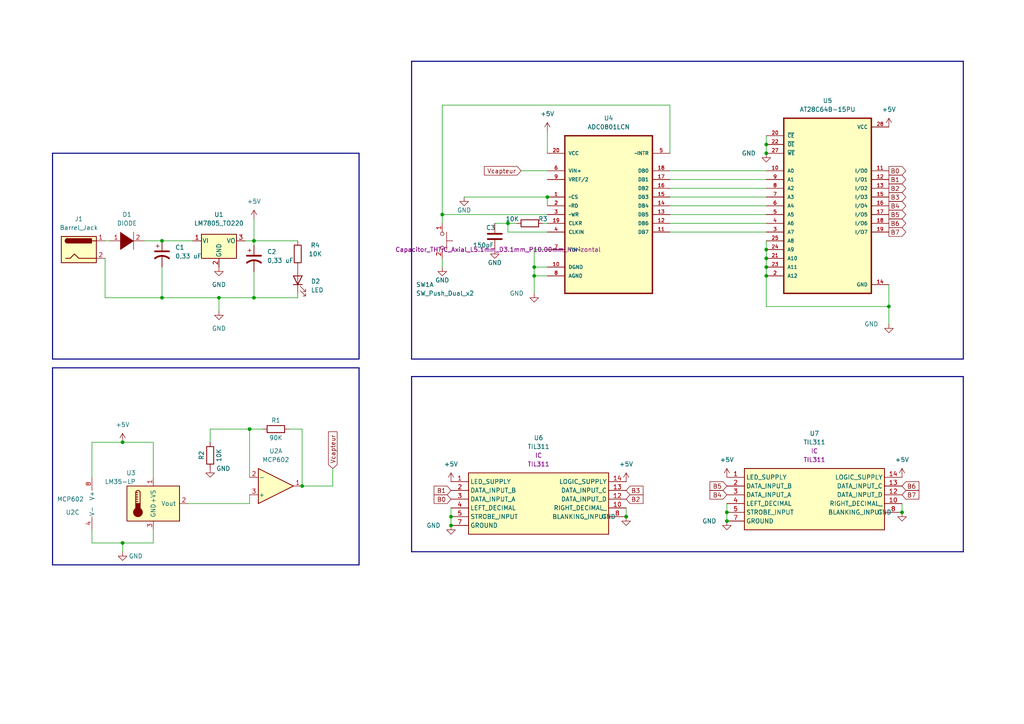
<source format=kicad_sch>
(kicad_sch (version 20211123) (generator eeschema)
  (paper "A4")
  (title_block (title "Carte Analogique capteur de température ") (date "2023-12-12") (rev "0") (company "ESME") (comment 1 "12_12_2023 : Création du schéma") (comment 2 "15_12_2023 : Fin de la saisie début du routage"))
  (lib_symbols
    (symbol "ADC0801LCN:ADC0801LCN" (pin_names (offset 1.016))
      (property "Reference" "U" (at -5.5907 22.2105 0))
      (property "Value" "ADC0801LCN" (at -6.8168 -28.1067 0))
      (symbol "ADC0801LCN_0_0"
        (rectangle (start -12.7 -25.4) (end 12.7 20.32) (stroke (width 0.4064)) (fill (type background)))
        (pin input line (at -17.78 2.54 0) (length 5.08) (name "~CS") (number "1"))
        (pin passive line (at -17.78 -17.78 0) (length 5.08) (name "DGND") (number "10"))
        (pin output line (at 17.78 -7.62 180) (length 5.08) (name "DB7") (number "11"))
        (pin output line (at 17.78 -5.08 180) (length 5.08) (name "DB6") (number "12"))
        (pin output line (at 17.78 -2.54 180) (length 5.08) (name "DB5") (number "13"))
        (pin output line (at 17.78 0 180) (length 5.08) (name "DB4") (number "14"))
        (pin output line (at 17.78 2.54 180) (length 5.08) (name "DB3") (number "15"))
        (pin output line (at 17.78 5.08 180) (length 5.08) (name "DB2") (number "16"))
        (pin output line (at 17.78 7.62 180) (length 5.08) (name "DB1") (number "17"))
        (pin output line (at 17.78 10.16 180) (length 5.08) (name "DB0") (number "18"))
        (pin input line (at -17.78 -5.08 0) (length 5.08) (name "CLKR") (number "19"))
        (pin input line (at -17.78 0 0) (length 5.08) (name "~RD") (number "2"))
        (pin power_in line (at -17.78 15.24 0) (length 5.08) (name "VCC") (number "20"))
        (pin input line (at -17.78 -2.54 0) (length 5.08) (name "~WR") (number "3"))
        (pin input line (at -17.78 -7.62 0) (length 5.08) (name "CLKIN") (number "4"))
        (pin output line (at 17.78 15.24 180) (length 5.08) (name "~INTR") (number "5"))
        (pin power_in line (at -17.78 10.16 0) (length 5.08) (name "VIN+") (number "6"))
        (pin power_in line (at -17.78 -12.7 0) (length 5.08) (name "VIN-") (number "7"))
        (pin passive line (at -17.78 -20.32 0) (length 5.08) (name "AGND") (number "8"))
        (pin power_in line (at -17.78 7.62 0) (length 5.08) (name "VREF/2") (number "9"))
      )
    )
    (symbol "AT28C64B-15PU:AT28C64B-15PU" (pin_names (offset 1.016))
      (property "Reference" "U" (at -12.7 26.4 0))
      (property "Value" "AT28C64B-15PU" (at -12.7 -29.4 0))
      (symbol "AT28C64B-15PU_0_0"
        (rectangle (start -12.7 -25.4) (end 12.7 25.4) (stroke (width 0.41)) (fill (type background)))
        (pin input line (at -17.78 10.16 0) (length 5.08) (name "A0") (number "10"))
        (pin bidirectional line (at 17.78 10.16 180) (length 5.08) (name "I/O0") (number "11"))
        (pin bidirectional line (at 17.78 7.62 180) (length 5.08) (name "I/O1") (number "12"))
        (pin bidirectional line (at 17.78 5.08 180) (length 5.08) (name "I/O2") (number "13"))
        (pin power_in line (at 17.78 -22.86 180) (length 5.08) (name "GND") (number "14"))
        (pin bidirectional line (at 17.78 2.54 180) (length 5.08) (name "I/O3") (number "15"))
        (pin bidirectional line (at 17.78 0 180) (length 5.08) (name "I/O4") (number "16"))
        (pin bidirectional line (at 17.78 -2.54 180) (length 5.08) (name "I/O5") (number "17"))
        (pin bidirectional line (at 17.78 -5.08 180) (length 5.08) (name "I/O6") (number "18"))
        (pin bidirectional line (at 17.78 -7.62 180) (length 5.08) (name "I/O7") (number "19"))
        (pin input line (at -17.78 -20.32 0) (length 5.08) (name "A12") (number "2"))
        (pin input line (at -17.78 20.32 0) (length 5.08) (name "~{CE}") (number "20"))
        (pin input line (at -17.78 -15.24 0) (length 5.08) (name "A10") (number "21"))
        (pin input line (at -17.78 17.78 0) (length 5.08) (name "~{OE}") (number "22"))
        (pin input line (at -17.78 -17.78 0) (length 5.08) (name "A11") (number "23"))
        (pin input line (at -17.78 -12.7 0) (length 5.08) (name "A9") (number "24"))
        (pin input line (at -17.78 -10.16 0) (length 5.08) (name "A8") (number "25"))
        (pin input line (at -17.78 15.24 0) (length 5.08) (name "~{WE}") (number "27"))
        (pin power_in line (at 17.78 22.86 180) (length 5.08) (name "VCC") (number "28"))
        (pin input line (at -17.78 -7.62 0) (length 5.08) (name "A7") (number "3"))
        (pin input line (at -17.78 -5.08 0) (length 5.08) (name "A6") (number "4"))
        (pin input line (at -17.78 -2.54 0) (length 5.08) (name "A5") (number "5"))
        (pin input line (at -17.78 0 0) (length 5.08) (name "A4") (number "6"))
        (pin input line (at -17.78 2.54 0) (length 5.08) (name "A3") (number "7"))
        (pin input line (at -17.78 5.08 0) (length 5.08) (name "A2") (number "8"))
        (pin input line (at -17.78 7.62 0) (length 5.08) (name "A1") (number "9"))
      )
    )
    (symbol "Amplifier_Operational:MCP602" (pin_names (offset 0.127))
      (property "Reference" "U" (at 0 5.08 0))
      (property "Value" "MCP602" (at 0 -5.08 0))
      (symbol "MCP602_1_1"
        (polyline (pts (xy -5.08 5.08) (xy 5.08 0) (xy -5.08 -5.08) (xy -5.08 5.08)) (stroke (width 0.254)) (fill (type background)))
        (pin output line (at 7.62 0 180) (length 2.54) (name "~") (number "1"))
        (pin input line (at -7.62 -2.54 0) (length 2.54) (name "-") (number "2"))
        (pin input line (at -7.62 2.54 0) (length 2.54) (name "+") (number "3"))
      )
      (symbol "MCP602_2_1"
        (polyline (pts (xy -5.08 5.08) (xy 5.08 0) (xy -5.08 -5.08) (xy -5.08 5.08)) (stroke (width 0.254)) (fill (type background)))
        (pin input line (at -7.62 2.54 0) (length 2.54) (name "+") (number "5"))
        (pin input line (at -7.62 -2.54 0) (length 2.54) (name "-") (number "6"))
        (pin output line (at 7.62 0 180) (length 2.54) (name "~") (number "7"))
      )
      (symbol "MCP602_3_1"
        (pin power_in line (at -2.54 -7.62 90) (length 3.81) (name "V-") (number "4"))
        (pin power_in line (at -2.54 7.62 270) (length 3.81) (name "V+") (number "8"))
      )
    )
    (symbol "Connector:Barrel_Jack" (pin_names (offset 1.016))
      (property "Reference" "J" (at 0 5.334 0))
      (property "Value" "Barrel_Jack" (at 0 -5.08 0))
      (symbol "Barrel_Jack_0_1"
        (rectangle (start -5.08 3.81) (end 5.08 -3.81) (stroke (width 0.254)) (fill (type background)))
        (arc (start -3.302 3.175) (mid -3.937 2.54) (end -3.302 1.905) (stroke (width 0.254)))
        (arc (start -3.302 3.175) (mid -3.937 2.54) (end -3.302 1.905) (stroke (width 0.254)) (fill (type outline)))
        (polyline (pts (xy 5.08 2.54) (xy 3.81 2.54)) (stroke (width 0.254)))
        (polyline (pts (xy -3.81 -2.54) (xy -2.54 -2.54) (xy -1.27 -1.27) (xy 0 -2.54) (xy 2.54 -2.54) (xy 5.08 -2.54)) (stroke (width 0.254)))
        (rectangle (start 3.683 3.175) (end -3.302 1.905) (stroke (width 0.254)) (fill (type outline)))
      )
      (symbol "Barrel_Jack_1_1"
        (pin passive line (at 7.62 2.54 180) (length 2.54) (name "~") (number "1"))
        (pin passive line (at 7.62 -2.54 180) (length 2.54) (name "~") (number "2"))
      )
    )
    (symbol "Device:C" (pin_numbers hide) (pin_names (offset 0.254))
      (property "Reference" "C" (at 0.635 2.54 0))
      (property "Value" "C" (at 0.635 -2.54 0))
      (symbol "C_0_1"
        (polyline (pts (xy -2.032 -0.762) (xy 2.032 -0.762)) (stroke (width 0.508)))
        (polyline (pts (xy -2.032 0.762) (xy 2.032 0.762)) (stroke (width 0.508)))
      )
      (symbol "C_1_1"
        (pin passive line (at 0 3.81 270) (length 2.794) (name "~") (number "1"))
        (pin passive line (at 0 -3.81 90) (length 2.794) (name "~") (number "2"))
      )
    )
    (symbol "Device:C_Polarized_US" (pin_numbers hide) (pin_names (offset 0.254) hide)
      (property "Reference" "C" (at 0.635 2.54 0))
      (property "Value" "C_Polarized_US" (at 0.635 -2.54 0))
      (symbol "C_Polarized_US_0_1"
        (polyline (pts (xy -2.032 0.762) (xy 2.032 0.762)) (stroke (width 0.508)))
        (polyline (pts (xy -1.778 2.286) (xy -0.762 2.286)))
        (polyline (pts (xy -1.27 1.778) (xy -1.27 2.794)))
        (arc (start 2.032 -1.27) (mid 0 -0.5572) (end -2.032 -1.27) (stroke (width 0.508)))
      )
      (symbol "C_Polarized_US_1_1"
        (pin passive line (at 0 3.81 270) (length 2.794) (name "~") (number "1"))
        (pin passive line (at 0 -3.81 90) (length 3.302) (name "~") (number "2"))
      )
    )
    (symbol "Device:LED" (pin_numbers hide) (pin_names (offset 1.016) hide)
      (property "Reference" "D" (at 0 2.54 0))
      (property "Value" "LED" (at 0 -2.54 0))
      (symbol "LED_0_1"
        (polyline (pts (xy -1.27 -1.27) (xy -1.27 1.27)) (stroke (width 0.254)))
        (polyline (pts (xy -1.27 0) (xy 1.27 0)))
        (polyline (pts (xy 1.27 -1.27) (xy 1.27 1.27) (xy -1.27 0) (xy 1.27 -1.27)) (stroke (width 0.254)))
        (polyline (pts (xy -3.048 -0.762) (xy -4.572 -2.286) (xy -3.81 -2.286) (xy -4.572 -2.286) (xy -4.572 -1.524)))
        (polyline (pts (xy -1.778 -0.762) (xy -3.302 -2.286) (xy -2.54 -2.286) (xy -3.302 -2.286) (xy -3.302 -1.524)))
      )
      (symbol "LED_1_1"
        (pin passive line (at -3.81 0 0) (length 2.54) (name "K") (number "1"))
        (pin passive line (at 3.81 0 180) (length 2.54) (name "A") (number "2"))
      )
    )
    (symbol "Device:R" (pin_numbers hide) (pin_names (offset 0))
      (property "Reference" "R" (at 2.032 0 90))
      (property "Value" "R" (at 0 0 90))
      (symbol "R_0_1"
        (rectangle (start -1.016 -2.54) (end 1.016 2.54) (stroke (width 0.254)))
      )
      (symbol "R_1_1"
        (pin passive line (at 0 3.81 270) (length 1.27) (name "~") (number "1"))
        (pin passive line (at 0 -3.81 90) (length 1.27) (name "~") (number "2"))
      )
    )
    (symbol "Regulator_Linear:LM7805_TO220" (pin_names (offset 0.254))
      (property "Reference" "U" (at -3.81 3.175 0))
      (property "Value" "LM7805_TO220" (at 0 3.175 0))
      (symbol "LM7805_TO220_0_1"
        (rectangle (start -5.08 1.905) (end 5.08 -5.08) (stroke (width 0.254)) (fill (type background)))
      )
      (symbol "LM7805_TO220_1_1"
        (pin power_in line (at -7.62 0 0) (length 2.54) (name "VI") (number "1"))
        (pin power_in line (at 0 -7.62 90) (length 2.54) (name "GND") (number "2"))
        (pin power_out line (at 7.62 0 180) (length 2.54) (name "VO") (number "3"))
      )
    )
    (symbol "Sensor_Temperature:LM35-LP" (pin_names (offset 1.016))
      (property "Reference" "U" (at -6.35 6.35 0))
      (property "Value" "LM35-LP" (at 1.27 6.35 0))
      (symbol "LM35-LP_0_1"
        (rectangle (start -7.62 5.08) (end 7.62 -5.08) (stroke (width 0.254)) (fill (type background)))
        (circle (center -4.445 -2.54) (radius 1.27) (stroke (width 0.254)) (fill (type outline)))
        (rectangle (start -3.81 -1.905) (end -5.08 0) (stroke (width 0.254)) (fill (type outline)))
        (arc (start -3.81 3.175) (mid -4.445 3.81) (end -5.08 3.175) (stroke (width 0.254)))
        (polyline (pts (xy -5.08 0.635) (xy -4.445 0.635)) (stroke (width 0.254)))
        (polyline (pts (xy -5.08 1.27) (xy -4.445 1.27)) (stroke (width 0.254)))
        (polyline (pts (xy -5.08 1.905) (xy -4.445 1.905)) (stroke (width 0.254)))
        (polyline (pts (xy -5.08 2.54) (xy -4.445 2.54)) (stroke (width 0.254)))
        (polyline (pts (xy -5.08 3.175) (xy -5.08 0)) (stroke (width 0.254)))
        (polyline (pts (xy -5.08 3.175) (xy -4.445 3.175)) (stroke (width 0.254)))
        (polyline (pts (xy -3.81 3.175) (xy -3.81 0)) (stroke (width 0.254)))
      )
      (symbol "LM35-LP_1_1"
        (pin power_in line (at 0 7.62 270) (length 2.54) (name "+VS") (number "1"))
        (pin output line (at 10.16 0 180) (length 2.54) (name "Vout") (number "2"))
        (pin power_in line (at 0 -7.62 90) (length 2.54) (name "GND") (number "3"))
      )
    )
    (symbol "Switch:SW_Push_Dual_x2" (pin_names (offset 1.016) hide)
      (property "Reference" "SW" (at 1.27 2.54 0))
      (property "Value" "SW_Push_Dual_x2" (at 0 -1.524 0))
      (symbol "SW_Push_Dual_x2_0_1"
        (circle (center -2.032 0) (radius 0.508))
        (polyline (pts (xy 0 1.27) (xy 0 3.048)))
        (polyline (pts (xy 2.54 1.27) (xy -2.54 1.27)))
        (circle (center 2.032 0) (radius 0.508))
      )
      (symbol "SW_Push_Dual_x2_1_1"
        (pin passive line (at -5.08 0 0) (length 2.54) (name "C") (number "1"))
        (pin passive line (at 5.08 0 180) (length 2.54) (name "D") (number "2"))
      )
      (symbol "SW_Push_Dual_x2_2_1"
        (pin passive line (at -5.08 0 0) (length 2.54) (name "C") (number "3"))
        (pin passive line (at 5.08 0 180) (length 2.54) (name "D") (number "4"))
      )
    )
    (symbol "TIL311:TIL311"
      (property "Value" "TIL311" (at 0 0 0))
      (property "Reference_1" "IC" (at 46.99 7.62 0))
      (property "Value_1" "TIL311" (at 46.99 5.08 0))
      (symbol "TIL311_1_1"
        (rectangle (start 5.08 2.54) (end 45.72 -15.24) (stroke (width 0.254)) (fill (type background)))
        (pin passive line (at 0 0 0) (length 5.08) (name "LED_SUPPLY") (number "1"))
        (pin passive line (at 50.8 -7.62 180) (length 5.08) (name "RIGHT_DECIMAL_") (number "10"))
        (pin passive line (at 50.8 -5.08 180) (length 5.08) (name "DATA_INPUT_D") (number "12"))
        (pin passive line (at 50.8 -2.54 180) (length 5.08) (name "DATA_INPUT_C") (number "13"))
        (pin passive line (at 50.8 0 180) (length 5.08) (name "LOGIC_SUPPLY") (number "14"))
        (pin passive line (at 0 -2.54 0) (length 5.08) (name "DATA_INPUT_B") (number "2"))
        (pin passive line (at 0 -5.08 0) (length 5.08) (name "DATA_INPUT_A") (number "3"))
        (pin passive line (at 0 -7.62 0) (length 5.08) (name "LEFT_DECIMAL") (number "4"))
        (pin passive line (at 0 -10.16 0) (length 5.08) (name "STROBE_INPUT") (number "5"))
        (pin passive line (at 0 -12.7 0) (length 5.08) (name "GROUND") (number "7"))
        (pin passive line (at 50.8 -10.16 180) (length 5.08) (name "BLANKING_INPUT") (number "8"))
      )
    )
    (symbol "power:+5V" (power) (pin_names (offset 0))
      (property "Value" "+5V" (at 0 3.556 0))
      (symbol "+5V_0_1"
        (polyline (pts (xy -0.762 1.27) (xy 0 2.54)))
        (polyline (pts (xy 0 0) (xy 0 2.54)))
        (polyline (pts (xy 0 2.54) (xy 0.762 1.27)))
      )
      (symbol "+5V_1_1"
        (pin power_in line (at 0 0 90) (length 0) hide (name "+5V") (number "1"))
      )
    )
    (symbol "power:GND" (power) (pin_names (offset 0))
      (property "Value" "GND" (at 0 -3.81 0))
      (symbol "GND_0_1"
        (polyline (pts (xy 0 0) (xy 0 -1.27) (xy 1.27 -1.27) (xy 0 -2.54) (xy -1.27 -1.27) (xy 0 -1.27)))
      )
      (symbol "GND_1_1"
        (pin power_in line (at 0 0 270) (length 0) hide (name "GND") (number "1"))
      )
    )
    (symbol "pspice:DIODE" (pin_names (offset 1.016) hide)
      (property "Reference" "D" (at 0 3.81 0))
      (property "Value" "DIODE" (at 0 -4.445 0))
      (symbol "DIODE_0_1"
        (polyline (pts (xy 1.905 2.54) (xy 1.905 -2.54)))
        (polyline (pts (xy -1.905 2.54) (xy -1.905 -2.54) (xy 1.905 0)) (fill (type outline)))
      )
      (symbol "DIODE_1_1"
        (pin input line (at -5.08 0 0) (length 3.81) (name "K") (number "1"))
        (pin input line (at 5.08 0 180) (length 3.81) (name "A") (number "2"))
      )
    )
  )
  (junction (at 222.25 72.39))
  (junction (at 128.27 62.23))
  (junction (at 73.66 86.36))
  (junction (at 35.56 157.48))
  (junction (at 46.99 69.85))
  (junction (at 222.25 80.01))
  (junction (at 222.25 41.91))
  (junction (at 222.25 74.93))
  (junction (at 257.81 88.9))
  (junction (at 63.5 86.36))
  (junction (at 73.66 69.85))
  (junction (at 72.39 124.46))
  (junction (at 222.25 44.45))
  (junction (at 158.75 57.15))
  (junction (at 87.63 140.97))
  (junction (at 210.82 151.13))
  (junction (at 210.82 148.59))
  (junction (at 147.32 64.77))
  (junction (at 130.81 149.86))
  (junction (at 154.94 80.01))
  (junction (at 222.25 77.47))
  (junction (at 130.81 152.4))
  (junction (at 35.56 128.27))
  (junction (at 46.99 86.36))
  (junction (at 261.62 148.59))
  (junction (at 154.94 77.47))
  (junction (at 181.61 149.86))
  (wire (pts (xy 46.99 77.47) (xy 46.99 86.36)))
  (wire (pts (xy 181.61 147.32) (xy 181.61 149.86)))
  (wire (pts (xy 26.67 153.67) (xy 26.67 157.48)))
  (wire (pts (xy 44.45 128.27) (xy 35.56 128.27)))
  (wire (pts (xy 44.45 138.43) (xy 44.45 128.27)))
  (wire (pts (xy 46.99 69.85) (xy 55.88 69.85)))
  (wire (pts (xy 222.25 67.31) (xy 194.31 67.31)))
  (wire (pts (xy 26.67 128.27) (xy 26.67 138.43)))
  (wire (pts (xy 158.75 72.39) (xy 154.94 72.39)))
  (bus (pts (xy 15.24 44.45) (xy 104.14 44.45)))
  (wire (pts (xy 128.27 30.48) (xy 128.27 62.23)))
  (wire (pts (xy 222.25 57.15) (xy 194.31 57.15)))
  (wire (pts (xy 222.25 39.37) (xy 222.25 41.91)))
  (wire (pts (xy 154.94 80.01) (xy 158.75 80.01)))
  (bus (pts (xy 104.14 106.68) (xy 104.14 163.83)))
  (wire (pts (xy 147.32 64.77) (xy 147.32 67.31)))
  (wire (pts (xy 158.75 62.23) (xy 128.27 62.23)))
  (wire (pts (xy 128.27 77.47) (xy 128.27 74.93)))
  (wire (pts (xy 222.25 62.23) (xy 194.31 62.23)))
  (wire (pts (xy 46.99 86.36) (xy 63.5 86.36)))
  (wire (pts (xy 222.25 77.47) (xy 222.25 80.01)))
  (wire (pts (xy 44.45 157.48) (xy 35.56 157.48)))
  (bus (pts (xy 279.4 160.02) (xy 279.4 109.22)))
  (wire (pts (xy 157.48 64.77) (xy 158.75 64.77)))
  (wire (pts (xy 210.82 148.59) (xy 210.82 151.13)))
  (wire (pts (xy 222.25 64.77) (xy 194.31 64.77)))
  (wire (pts (xy 158.75 57.15) (xy 134.62 57.15)))
  (wire (pts (xy 222.25 80.01) (xy 222.25 88.9)))
  (wire (pts (xy 35.56 157.48) (xy 26.67 157.48)))
  (wire (pts (xy 63.5 86.36) (xy 73.66 86.36)))
  (wire (pts (xy 83.82 124.46) (xy 87.63 124.46)))
  (wire (pts (xy 158.75 57.15) (xy 158.75 59.69)))
  (bus (pts (xy 104.14 106.68) (xy 15.24 106.68)))
  (wire (pts (xy 60.96 124.46) (xy 72.39 124.46)))
  (wire (pts (xy 72.39 146.05) (xy 72.39 143.51)))
  (wire (pts (xy 72.39 124.46) (xy 76.2 124.46)))
  (wire (pts (xy 210.82 146.05) (xy 210.82 148.59)))
  (wire (pts (xy 73.66 63.5) (xy 73.66 69.85)))
  (wire (pts (xy 154.94 77.47) (xy 154.94 80.01)))
  (wire (pts (xy 35.56 157.48) (xy 35.56 160.02)))
  (wire (pts (xy 194.31 44.45) (xy 194.31 30.48)))
  (wire (pts (xy 54.61 146.05) (xy 72.39 146.05)))
  (bus (pts (xy 15.24 106.68) (xy 15.24 163.83)))
  (wire (pts (xy 154.94 77.47) (xy 158.75 77.47)))
  (bus (pts (xy 119.38 160.02) (xy 279.4 160.02)))
  (wire (pts (xy 222.25 52.07) (xy 194.31 52.07)))
  (wire (pts (xy 30.48 69.85) (xy 31.75 69.85)))
  (wire (pts (xy 222.25 74.93) (xy 222.25 77.47)))
  (wire (pts (xy 60.96 124.46) (xy 60.96 128.27)))
  (wire (pts (xy 87.63 124.46) (xy 87.63 140.97)))
  (wire (pts (xy 158.75 38.1) (xy 158.75 44.45)))
  (wire (pts (xy 222.25 54.61) (xy 194.31 54.61)))
  (wire (pts (xy 151.13 49.53) (xy 158.75 49.53)))
  (bus (pts (xy 119.38 109.22) (xy 119.38 160.02)))
  (bus (pts (xy 104.14 104.14) (xy 104.14 44.45)))
  (wire (pts (xy 30.48 86.36) (xy 30.48 74.93)))
  (wire (pts (xy 222.25 69.85) (xy 222.25 72.39)))
  (wire (pts (xy 63.5 86.36) (xy 63.5 90.17)))
  (wire (pts (xy 72.39 124.46) (xy 72.39 138.43)))
  (wire (pts (xy 154.94 72.39) (xy 154.94 77.47)))
  (wire (pts (xy 96.52 140.97) (xy 96.52 135.89)))
  (bus (pts (xy 119.38 17.78) (xy 119.38 104.14)))
  (wire (pts (xy 73.66 86.36) (xy 86.36 86.36)))
  (wire (pts (xy 73.66 78.74) (xy 73.66 86.36)))
  (wire (pts (xy 128.27 62.23) (xy 128.27 64.77)))
  (bus (pts (xy 279.4 104.14) (xy 119.38 104.14)))
  (wire (pts (xy 147.32 67.31) (xy 158.75 67.31)))
  (wire (pts (xy 222.25 88.9) (xy 257.81 88.9)))
  (bus (pts (xy 15.24 163.83) (xy 104.14 163.83)))
  (wire (pts (xy 86.36 86.36) (xy 86.36 85.09)))
  (wire (pts (xy 194.31 30.48) (xy 128.27 30.48)))
  (wire (pts (xy 257.81 93.98) (xy 257.81 88.9)))
  (wire (pts (xy 147.32 64.77) (xy 143.51 64.77)))
  (wire (pts (xy 30.48 86.36) (xy 46.99 86.36)))
  (wire (pts (xy 222.25 41.91) (xy 222.25 44.45)))
  (wire (pts (xy 222.25 49.53) (xy 194.31 49.53)))
  (bus (pts (xy 15.24 104.14) (xy 104.14 104.14)))
  (wire (pts (xy 44.45 153.67) (xy 44.45 157.48)))
  (bus (pts (xy 15.24 44.45) (xy 15.24 104.14)))
  (wire (pts (xy 222.25 72.39) (xy 222.25 74.93)))
  (wire (pts (xy 154.94 80.01) (xy 154.94 85.09)))
  (wire (pts (xy 130.81 149.86) (xy 130.81 152.4)))
  (bus (pts (xy 119.38 17.78) (xy 279.4 17.78)))
  (wire (pts (xy 71.12 69.85) (xy 73.66 69.85)))
  (bus (pts (xy 279.4 17.78) (xy 279.4 104.14)))
  (wire (pts (xy 73.66 69.85) (xy 86.36 69.85)))
  (wire (pts (xy 87.63 140.97) (xy 96.52 140.97)))
  (wire (pts (xy 73.66 69.85) (xy 73.66 71.12)))
  (wire (pts (xy 41.91 69.85) (xy 46.99 69.85)))
  (wire (pts (xy 130.81 147.32) (xy 130.81 149.86)))
  (wire (pts (xy 222.25 59.69) (xy 194.31 59.69)))
  (wire (pts (xy 257.81 88.9) (xy 257.81 82.55)))
  (wire (pts (xy 35.56 128.27) (xy 26.67 128.27)))
  (wire (pts (xy 261.62 146.05) (xy 261.62 148.59)))
  (wire (pts (xy 149.86 64.77) (xy 147.32 64.77)))
  (bus (pts (xy 279.4 109.22) (xy 119.38 109.22)))
  (global_label "B0" (shape input) (at 130.81 144.78 180) (property "Intersheet References" "${INTERSHEET_REFS}" (effects hide)))
  (global_label "B6" (shape input) (at 261.62 140.97 0) (property "Intersheet References" "${INTERSHEET_REFS}" (effects hide)))
  (global_label "B2" (shape input) (at 181.61 144.78 0) (property "Intersheet References" "${INTERSHEET_REFS}" (effects hide)))
  (global_label "B4" (shape output) (at 257.81 59.69 0) (property "Intersheet References" "${INTERSHEET_REFS}" (effects hide)))
  (global_label "B4" (shape input) (at 210.82 143.51 180) (property "Intersheet References" "${INTERSHEET_REFS}" (effects hide)))
  (global_label "B7" (shape input) (at 261.62 143.51 0) (property "Intersheet References" "${INTERSHEET_REFS}" (effects hide)))
  (global_label "B1" (shape input) (at 130.81 142.24 180) (property "Intersheet References" "${INTERSHEET_REFS}" (effects hide)))
  (global_label "B2" (shape output) (at 257.81 54.61 0) (property "Intersheet References" "${INTERSHEET_REFS}" (effects hide)))
  (global_label "Vcapteur" (shape input) (at 96.52 135.89 90) (property "Intersheet References" "${INTERSHEET_REFS}" (effects hide)))
  (global_label "B3" (shape output) (at 257.81 57.15 0) (property "Intersheet References" "${INTERSHEET_REFS}" (effects hide)))
  (global_label "B1" (shape output) (at 257.81 52.07 0) (property "Intersheet References" "${INTERSHEET_REFS}" (effects hide)))
  (global_label "B0" (shape output) (at 257.81 49.53 0) (property "Intersheet References" "${INTERSHEET_REFS}" (effects hide)))
  (global_label "B5" (shape output) (at 257.81 62.23 0) (property "Intersheet References" "${INTERSHEET_REFS}" (effects hide)))
  (global_label "B3" (shape input) (at 181.61 142.24 0) (property "Intersheet References" "${INTERSHEET_REFS}" (effects hide)))
  (global_label "B5" (shape input) (at 210.82 140.97 180) (property "Intersheet References" "${INTERSHEET_REFS}" (effects hide)))
  (global_label "B7" (shape output) (at 257.81 67.31 0) (property "Intersheet References" "${INTERSHEET_REFS}" (effects hide)))
  (global_label "Vcapteur" (shape input) (at 151.13 49.53 180) (property "Intersheet References" "${INTERSHEET_REFS}" (effects hide)))
  (global_label "B6" (shape output) (at 257.81 64.77 0) (property "Intersheet References" "${INTERSHEET_REFS}" (effects hide)))
  (symbol (lib_id "power:GND") (at 130.81 152.4 0) (unit 1)
    (property "Reference" "#PWR0118" (effects hide))
    (property "Value" "GND" (at 125.73 152.4 0))
  )
  (symbol (lib_id "power:+5V") (at 158.75 38.1 0) (unit 1)
    (property "Reference" "#PWR0120" (effects hide))
    (property "Value" "+5V" (at 158.75 33.02 0))
  )
  (symbol (lib_id "power:GND") (at 154.94 85.09 0) (unit 1)
    (property "Reference" "#PWR0102" (effects hide))
    (property "Value" "GND" (at 149.86 85.09 0))
  )
  (symbol (lib_id "Device:R") (at 60.96 132.08 0) (unit 1)
    (property "Reference" "R2" (at 58.42 132.08 90))
    (property "Value" "10K" (at 63.5 132.08 90))
    (property "Footprint" "Resistor_THT:R_Axial_DIN0411_L9.9mm_D3.6mm_P7.62mm_Vertical" (effects hide))
  )
  (symbol (lib_id "power:GND") (at 63.5 77.47 0) (unit 1)
    (property "Reference" "#PWR0123" (effects hide))
    (property "Value" "GND" (at 63.5 82.55 0))
  )
  (symbol (lib_id "Device:LED") (at 86.36 81.28 90) (unit 1)
    (property "Reference" "D2" (at 90.17 81.5974 90) (effects (justify right)))
    (property "Value" "LED" (at 90.17 84.1374 90) (effects (justify right)))
    (property "Footprint" "LED_THT:LED_D8.0mm" (effects hide))
  )
  (symbol (lib_id "Regulator_Linear:LM7805_TO220") (at 63.5 69.85 0) (unit 1)
    (property "Reference" "U1" (at 63.5 62.23 0))
    (property "Value" "LM7805_TO220" (at 63.5 64.77 0))
    (property "Footprint" "Package_TO_SOT_THT:TO-220-3_Vertical" (effects hide))
    (property "Datasheet" "https://www.onsemi.cn/PowerSolutions/document/MC7800-D.PDF" (effects hide))
  )
  (symbol (lib_id "power:+5V") (at 261.62 138.43 0) (unit 1)
    (property "Reference" "#PWR0110" (effects hide))
    (property "Value" "+5V" (at 261.62 133.35 0))
  )
  (symbol (lib_id "power:+5V") (at 210.82 138.43 0) (unit 1)
    (property "Reference" "#PWR0106" (effects hide))
    (property "Value" "+5V" (at 210.82 133.35 0))
  )
  (symbol (lib_id "power:GND") (at 63.5 90.17 0) (unit 1)
    (property "Reference" "#PWR0113" (effects hide))
    (property "Value" "GND" (at 63.5 95.25 0))
  )
  (symbol (lib_id "TIL311:TIL311") (at 130.81 139.7 0) (unit 1)
    (property "Reference" "U6" (at 156.21 127 0))
    (property "Value" "TIL311" (at 156.21 129.54 0))
    (property "Footprint" "lib:TIL311" (effects hide))
    (property "Reference_1" "IC" (at 156.21 132.08 0))
    (property "Value_1" "TIL311" (at 156.21 134.62 0))
    (property "Footprint_1" "TIL311" (effects hide))
    (property "Datasheet_1" "https://eagle.componentsearchengine.com/Datasheets/1/TIL311.pdf" (effects hide))
    (property "Height" "3.6" (effects hide))
    (property "Mouser Part Number" "N/A" (effects hide))
    (property "Mouser Price/Stock" "https://www.mouser.co.uk/ProductDetail/ams/TIL311?qs=z4U2ITk9h2K7MJJ9y%252Bw8vQ%3D%3D" (effects hide))
    (property "Manufacturer_Name" "ams" (effects hide))
    (property "Manufacturer_Part_Number" "TIL311" (effects hide))
  )
  (symbol (lib_id "power:GND") (at 257.81 93.98 0) (unit 1)
    (property "Reference" "#PWR0119" (effects hide))
    (property "Value" "GND" (at 252.73 93.98 0))
  )
  (symbol (lib_id "Connector:Barrel_Jack") (at 22.86 72.39 0) (unit 1)
    (property "Reference" "J1" (at 22.86 63.5 0))
    (property "Value" "Barrel_Jack" (at 22.86 66.04 0))
    (property "Footprint" "Connector_BarrelJack:BarrelJack_CUI_PJ-063AH_Horizontal" (effects hide))
  )
  (symbol (lib_id "TIL311:TIL311") (at 210.82 138.43 0) (unit 1)
    (property "Reference" "U7" (at 236.22 125.73 0))
    (property "Value" "TIL311" (at 236.22 128.27 0))
    (property "Footprint" "lib:TIL311" (effects hide))
    (property "Reference_1" "IC" (at 236.22 130.81 0))
    (property "Value_1" "TIL311" (at 236.22 133.35 0))
    (property "Footprint_1" "TIL311" (effects hide))
    (property "Datasheet_1" "https://eagle.componentsearchengine.com/Datasheets/1/TIL311.pdf" (effects hide))
    (property "Height" "3.6" (effects hide))
    (property "Mouser Part Number" "N/A" (effects hide))
    (property "Mouser Price/Stock" "https://www.mouser.co.uk/ProductDetail/ams/TIL311?qs=z4U2ITk9h2K7MJJ9y%252Bw8vQ%3D%3D" (effects hide))
    (property "Manufacturer_Name" "ams" (effects hide))
    (property "Manufacturer_Part_Number" "TIL311" (effects hide))
  )
  (symbol (lib_id "power:GND") (at 60.96 135.89 0) (unit 1)
    (property "Reference" "#PWR0115" (effects hide))
    (property "Value" "GND" (at 64.77 135.89 0))
  )
  (symbol (lib_id "Amplifier_Operational:MCP602") (at 29.21 146.05 0) (unit 3)
    (property "Reference" "U2" (at 19.05 148.59 0) (effects (justify left)))
    (property "Value" "MCP602" (at 16.51 144.78 0) (effects (justify left)))
    (property "Footprint" "Package_DIP:DIP-8_W10.16mm" (effects hide))
    (property "Datasheet" "http://ww1.microchip.com/downloads/en/DeviceDoc/21314g.pdf" (effects hide))
  )
  (symbol (lib_id "Device:R") (at 86.36 73.66 0) (unit 1)
    (property "Reference" "R4" (at 91.44 71.12 0))
    (property "Value" "10K" (at 91.44 73.66 0))
    (property "Footprint" "Resistor_THT:R_Axial_DIN0411_L9.9mm_D3.6mm_P7.62mm_Vertical" (effects hide))
  )
  (symbol (lib_id "power:+5V") (at 181.61 139.7 0) (unit 1)
    (property "Reference" "#PWR0105" (effects hide))
    (property "Value" "+5V" (at 181.61 134.62 0))
  )
  (symbol (lib_id "power:+5V") (at 73.66 63.5 0) (unit 1)
    (property "Reference" "#PWR0112" (effects hide))
    (property "Value" "+5V" (at 73.66 58.42 0))
  )
  (symbol (lib_id "Device:R") (at 153.67 64.77 270) (unit 1)
    (property "Reference" "R3" (at 157.48 63.5 90))
    (property "Value" "10K" (at 148.59 63.5 90))
    (property "Footprint" "Resistor_THT:R_Axial_DIN0411_L9.9mm_D3.6mm_P7.62mm_Vertical" (effects hide))
  )
  (symbol (lib_id "Device:R") (at 80.01 124.46 270) (unit 1)
    (property "Reference" "R1" (at 80.01 121.92 90))
    (property "Value" "90K" (at 80.01 127 90))
    (property "Footprint" "Resistor_THT:R_Axial_DIN0411_L9.9mm_D3.6mm_P7.62mm_Vertical" (effects hide))
  )
  (symbol (lib_id "power:GND") (at 181.61 149.86 0) (unit 1)
    (property "Reference" "#PWR0107" (effects hide))
    (property "Value" "GND" (at 176.53 149.86 0))
  )
  (symbol (lib_id "power:GND") (at 128.27 77.47 0) (unit 1)
    (property "Reference" "#PWR0101" (effects hide))
    (property "Value" "GND" (at 128.27 81.28 0))
  )
  (symbol (lib_id "power:+5V") (at 257.81 36.83 0) (unit 1)
    (property "Reference" "#PWR0121" (effects hide))
    (property "Value" "+5V" (at 257.81 31.75 0))
  )
  (symbol (lib_id "power:GND") (at 35.56 160.02 0) (unit 1)
    (property "Reference" "#PWR0114" (effects hide))
    (property "Value" "GND" (at 39.37 161.29 0))
  )
  (symbol (lib_id "power:GND") (at 210.82 151.13 0) (unit 1)
    (property "Reference" "#PWR0108" (effects hide))
    (property "Value" "GND" (at 205.74 151.13 0))
  )
  (symbol (lib_id "Device:C") (at 143.51 68.58 0) (unit 1)
    (property "Reference" "C3" (at 140.97 66.04 0) (effects (justify left)))
    (property "Value" "150pF" (at 137.16 71.12 0) (effects (justify left)))
    (property "Footprint" "Capacitor_THT:C_Axial_L5.1mm_D3.1mm_P10.00mm_Horizontal" (at 144.4752 72.39 0))
  )
  (symbol (lib_id "Amplifier_Operational:MCP602") (at 80.01 140.97 0) (mirror x) (unit 1)
    (property "Reference" "U2" (at 80.01 130.81 0))
    (property "Value" "MCP602" (at 80.01 133.35 0))
    (property "Footprint" "Package_DIP:DIP-8_W10.16mm" (effects hide))
    (property "Datasheet" "http://ww1.microchip.com/downloads/en/DeviceDoc/21314g.pdf" (effects hide))
  )
  (symbol (lib_id "Device:C_Polarized_US") (at 46.99 73.66 0) (unit 1)
    (property "Reference" "C1" (at 50.8 71.7549 0) (effects (justify left)))
    (property "Value" "0,33 uF" (at 50.8 74.2949 0) (effects (justify left)))
    (property "Footprint" "Capacitor_THT:CP_Radial_D7.5mm_P2.50mm" (effects hide))
  )
  (symbol (lib_id "pspice:DIODE") (at 36.83 69.85 0) (unit 1)
    (property "Reference" "D1" (at 36.83 62.23 0))
    (property "Value" "DIODE" (at 36.83 64.77 0))
    (property "Footprint" "Diode_THT:D_A-405_P12.70mm_Horizontal" (effects hide))
  )
  (symbol (lib_id "AT28C64B-15PU:AT28C64B-15PU") (at 240.03 59.69 0) (unit 1)
    (property "Reference" "U5" (at 240.03 29.21 0))
    (property "Value" "AT28C64B-15PU" (at 240.03 31.75 0))
    (property "Footprint" "lib:EEPROM" (effects hide))
    (property "MF" "Microchip" (effects hide))
    (property "MAXIMUM_PACKAGE_HEIGHT" "4.826 mm" (effects hide))
    (property "Package" "DIP-28 Atmel" (effects hide))
    (property "Price" "None" (effects hide))
    (property "Check_prices" "https://www.snapeda.com/parts/AT28C64B-15PU/Microchip/view-part/?ref=eda" (effects hide))
    (property "STANDARD" "IPC 7351B" (effects hide))
    (property "PARTREV" "B" (effects hide))
    (property "SnapEDA_Link" "https://www.snapeda.com/parts/AT28C64B-15PU/Microchip/view-part/?ref=snap" (effects hide))
    (property "MP" "AT28C64B-15PU" (effects hide))
    (property "Purchase-URL" "https://www.snapeda.com/api/url_track_click_mouser/?unipart_id=290407&manufacturer=Microchip&part_name=AT28C64B-15PU&search_term=None" (effects hide))
    (property "Description" "\nAT28C64B-15PU Parallel EEPROM Memory, 64kbit, 150ns, 4.5 to 5.5 V 28-Pin PDIP | Microchip Technology Inc. AT28C64B-15PU\n" (effects hide))
    (property "Availability" "In Stock" (effects hide))
    (property "MANUFACTURER" "Microchip Technology" (effects hide))
  )
  (symbol (lib_id "power:GND") (at 134.62 57.15 0) (unit 1)
    (property "Reference" "#PWR0104" (effects hide))
    (property "Value" "GND" (at 134.62 60.96 0))
  )
  (symbol (lib_id "power:GND") (at 222.25 44.45 0) (unit 1)
    (property "Reference" "#PWR0122" (effects hide))
    (property "Value" "GND" (at 217.17 44.45 0))
  )
  (symbol (lib_id "ADC0801LCN:ADC0801LCN") (at 176.53 59.69 0) (unit 1)
    (property "Reference" "U4" (at 176.53 34.29 0))
    (property "Value" "ADC0801LCN" (at 176.53 36.83 0))
    (property "Footprint" "lib:DIP254P762X508-20" (effects hide))
    (property "MF" "Texas Instruments" (effects hide))
    (property "DESCRIPTION" "A/D converters" (effects hide))
    (property "PACKAGE" "DIP-20" (effects hide))
    (property "MPN" "ADC0801LCN" (effects hide))
    (property "Price" "None" (effects hide))
    (property "Package" "DIP-20 Texas Instruments" (effects hide))
    (property "Check_prices" "https://www.snapeda.com/parts/ADC0801LCN/NOPB/Texas+Instruments/view-part/?ref=eda" (effects hide))
    (property "OC_FARNELL" "-" (effects hide))
    (property "SnapEDA_Link" "https://www.snapeda.com/parts/ADC0801LCN/NOPB/Texas+Instruments/view-part/?ref=snap" (effects hide))
    (property "MP" "ADC0801LCN/NOPB" (effects hide))
    (property "Purchase-URL" "https://www.snapeda.com/api/url_track_click_mouser/?unipart_id=141130&manufacturer=Texas Instruments&part_name=ADC0801LCN/NOPB&search_term=adc0801" (effects hide))
    (property "SUPPLIER" "NationalSemiconductor" (effects hide))
    (property "OC_NEWARK" "41K1419" (effects hide))
    (property "Availability" "In Stock" (effects hide))
    (property "Description" "\n8 Bit Analog to Digital Converter 1 Input 1 SAR 20-PDIP\n" (effects hide))
  )
  (symbol (lib_id "power:GND") (at 143.51 72.39 0) (unit 1)
    (property "Reference" "#PWR0103" (effects hide))
    (property "Value" "GND" (at 143.51 76.2 0))
  )
  (symbol (lib_id "Sensor_Temperature:LM35-LP") (at 44.45 146.05 0) (unit 1)
    (property "Reference" "U3" (at 39.37 137.16 0) (effects (justify right)))
    (property "Value" "LM35-LP" (at 39.37 139.7 0) (effects (justify right)))
    (property "Footprint" "Package_TO_SOT_THT:TO-92" (effects hide))
    (property "Datasheet" "http://www.ti.com/lit/ds/symlink/lm35.pdf" (effects hide))
  )
  (symbol (lib_id "Device:C_Polarized_US") (at 73.66 74.93 0) (unit 1)
    (property "Reference" "C2" (at 77.47 73.0249 0) (effects (justify left)))
    (property "Value" "0,33 uF" (at 77.47 75.5649 0) (effects (justify left)))
    (property "Footprint" "Capacitor_THT:CP_Radial_D8.0mm_P3.80mm" (effects hide))
  )
  (symbol (lib_id "power:+5V") (at 130.81 139.7 0) (unit 1)
    (property "Reference" "#PWR0117" (effects hide))
    (property "Value" "+5V" (at 130.81 134.62 0))
  )
  (symbol (lib_id "Switch:SW_Push_Dual_x2") (at 128.27 69.85 270) (unit 1)
    (property "Reference" "SW1" (at 120.65 82.55 90) (effects (justify left)))
    (property "Value" "SW_Push_Dual_x2" (at 120.65 85.09 90) (effects (justify left)))
    (property "Footprint" "Button_Switch_THT:SW_PUSH_6mm_H13mm" (effects hide))
  )
  (symbol (lib_id "power:GND") (at 261.62 148.59 0) (unit 1)
    (property "Reference" "#PWR0109" (effects hide))
    (property "Value" "GND" (at 256.54 148.59 0))
  )
  (symbol (lib_id "power:+5V") (at 35.56 128.27 0) (unit 1)
    (property "Reference" "#PWR0116" (effects hide))
    (property "Value" "+5V" (at 35.56 123.19 0))
  )
)
</source>
